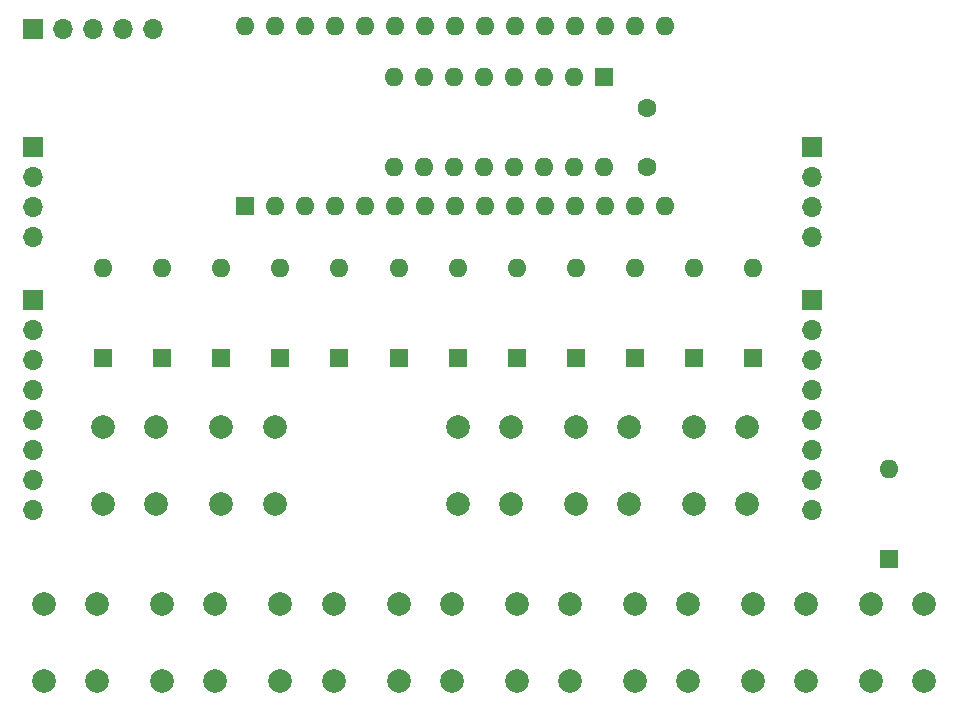
<source format=gbr>
%TF.GenerationSoftware,KiCad,Pcbnew,(6.0.5)*%
%TF.CreationDate,2023-01-23T15:27:27+00:00*%
%TF.ProjectId,ButtonKeyboard,42757474-6f6e-44b6-9579-626f6172642e,rev?*%
%TF.SameCoordinates,Original*%
%TF.FileFunction,Soldermask,Top*%
%TF.FilePolarity,Negative*%
%FSLAX46Y46*%
G04 Gerber Fmt 4.6, Leading zero omitted, Abs format (unit mm)*
G04 Created by KiCad (PCBNEW (6.0.5)) date 2023-01-23 15:27:27*
%MOMM*%
%LPD*%
G01*
G04 APERTURE LIST*
%ADD10C,1.600000*%
%ADD11C,2.000000*%
%ADD12R,1.600000X1.600000*%
%ADD13O,1.600000X1.600000*%
%ADD14R,1.700000X1.700000*%
%ADD15O,1.700000X1.700000*%
G04 APERTURE END LIST*
D10*
%TO.C,C1*%
X153990000Y-73740000D03*
X153990000Y-68740000D03*
%TD*%
D11*
%TO.C,SW7*%
X137960000Y-102260000D03*
X137960000Y-95760000D03*
X142460000Y-102260000D03*
X142460000Y-95760000D03*
%TD*%
D12*
%TO.C,D11*%
X157960000Y-89880000D03*
D13*
X157960000Y-82260000D03*
%TD*%
D12*
%TO.C,D10*%
X152960000Y-89880000D03*
D13*
X152960000Y-82260000D03*
%TD*%
D12*
%TO.C,U1*%
X150325000Y-66130000D03*
D13*
X147785000Y-66130000D03*
X145245000Y-66130000D03*
X142705000Y-66130000D03*
X140165000Y-66130000D03*
X137625000Y-66130000D03*
X135085000Y-66130000D03*
X132545000Y-66130000D03*
X132545000Y-73750000D03*
X135085000Y-73750000D03*
X137625000Y-73750000D03*
X140165000Y-73750000D03*
X142705000Y-73750000D03*
X145245000Y-73750000D03*
X147785000Y-73750000D03*
X150325000Y-73750000D03*
%TD*%
D11*
%TO.C,SW13*%
X172960000Y-117260000D03*
X172960000Y-110760000D03*
X177460000Y-110760000D03*
X177460000Y-117260000D03*
%TD*%
%TO.C,SW1*%
X102960000Y-117260000D03*
X102960000Y-110760000D03*
X107460000Y-117260000D03*
X107460000Y-110760000D03*
%TD*%
D14*
%TO.C,J5*%
X168000000Y-85000000D03*
D15*
X168000000Y-87540000D03*
X168000000Y-90080000D03*
X168000000Y-92620000D03*
X168000000Y-95160000D03*
X168000000Y-97700000D03*
X168000000Y-100240000D03*
X168000000Y-102780000D03*
%TD*%
D11*
%TO.C,SW3*%
X112960000Y-110760000D03*
X112960000Y-117260000D03*
X117460000Y-110760000D03*
X117460000Y-117260000D03*
%TD*%
D12*
%TO.C,D5*%
X127960000Y-89880000D03*
D13*
X127960000Y-82260000D03*
%TD*%
D12*
%TO.C,D12*%
X162960000Y-89880000D03*
D13*
X162960000Y-82260000D03*
%TD*%
D12*
%TO.C,D2*%
X112960000Y-89880000D03*
D13*
X112960000Y-82260000D03*
%TD*%
D11*
%TO.C,SW9*%
X147960000Y-95760000D03*
X147960000Y-102260000D03*
X152460000Y-95760000D03*
X152460000Y-102260000D03*
%TD*%
D13*
%TO.C,A1*%
X120000000Y-61760000D03*
X122540000Y-61760000D03*
X125080000Y-61760000D03*
X127620000Y-61760000D03*
X130160000Y-61760000D03*
X132700000Y-61760000D03*
X135240000Y-61760000D03*
X137780000Y-61760000D03*
X140320000Y-61760000D03*
X142860000Y-61760000D03*
X145400000Y-61760000D03*
X147940000Y-61760000D03*
X150480000Y-61760000D03*
X153020000Y-61760000D03*
X155560000Y-61760000D03*
X155560000Y-77000000D03*
X153020000Y-77000000D03*
X150480000Y-77000000D03*
X147940000Y-77000000D03*
X145400000Y-77000000D03*
X142860000Y-77000000D03*
X140320000Y-77000000D03*
X137780000Y-77000000D03*
X135240000Y-77000000D03*
X132700000Y-77000000D03*
X130160000Y-77000000D03*
X127620000Y-77000000D03*
X125080000Y-77000000D03*
X122540000Y-77000000D03*
D12*
X120000000Y-77000000D03*
%TD*%
D11*
%TO.C,SW6*%
X132960000Y-110760000D03*
X132960000Y-117260000D03*
X137460000Y-110760000D03*
X137460000Y-117260000D03*
%TD*%
%TO.C,SW10*%
X152960000Y-110760000D03*
X152960000Y-117260000D03*
X157460000Y-117260000D03*
X157460000Y-110760000D03*
%TD*%
D14*
%TO.C,J1*%
X102000000Y-62000000D03*
D15*
X104540000Y-62000000D03*
X107080000Y-62000000D03*
X109620000Y-62000000D03*
X112160000Y-62000000D03*
%TD*%
D11*
%TO.C,SW8*%
X142960000Y-110760000D03*
X142960000Y-117260000D03*
X147460000Y-117260000D03*
X147460000Y-110760000D03*
%TD*%
D12*
%TO.C,D9*%
X147960000Y-89880000D03*
D13*
X147960000Y-82260000D03*
%TD*%
D12*
%TO.C,D8*%
X142960000Y-89880000D03*
D13*
X142960000Y-82260000D03*
%TD*%
D12*
%TO.C,D3*%
X117960000Y-89880000D03*
D13*
X117960000Y-82260000D03*
%TD*%
D11*
%TO.C,SW12*%
X162960000Y-110760000D03*
X162960000Y-117260000D03*
X167460000Y-117260000D03*
X167460000Y-110760000D03*
%TD*%
D13*
%TO.C,D1*%
X107960000Y-82260000D03*
D12*
X107960000Y-89880000D03*
%TD*%
%TO.C,D6*%
X132960000Y-89880000D03*
D13*
X132960000Y-82260000D03*
%TD*%
D14*
%TO.C,J4*%
X168000000Y-72000000D03*
D15*
X168000000Y-74540000D03*
X168000000Y-77080000D03*
X168000000Y-79620000D03*
%TD*%
D14*
%TO.C,J3*%
X102000000Y-72000000D03*
D15*
X102000000Y-74540000D03*
X102000000Y-77080000D03*
X102000000Y-79620000D03*
%TD*%
D11*
%TO.C,SW5*%
X122960000Y-110760000D03*
X122960000Y-117260000D03*
X127460000Y-117260000D03*
X127460000Y-110760000D03*
%TD*%
%TO.C,SW4*%
X117960000Y-95760000D03*
X117960000Y-102260000D03*
X122460000Y-102260000D03*
X122460000Y-95760000D03*
%TD*%
D12*
%TO.C,D13*%
X174500000Y-106880000D03*
D13*
X174500000Y-99260000D03*
%TD*%
D12*
%TO.C,D7*%
X137960000Y-89880000D03*
D13*
X137960000Y-82260000D03*
%TD*%
D11*
%TO.C,SW11*%
X157960000Y-102260000D03*
X157960000Y-95760000D03*
X162460000Y-102260000D03*
X162460000Y-95760000D03*
%TD*%
D12*
%TO.C,D4*%
X122960000Y-89880000D03*
D13*
X122960000Y-82260000D03*
%TD*%
D14*
%TO.C,J2*%
X102000000Y-85000000D03*
D15*
X102000000Y-87540000D03*
X102000000Y-90080000D03*
X102000000Y-92620000D03*
X102000000Y-95160000D03*
X102000000Y-97700000D03*
X102000000Y-100240000D03*
X102000000Y-102780000D03*
%TD*%
D11*
%TO.C,SW2*%
X107960000Y-95760000D03*
X107960000Y-102260000D03*
X112460000Y-95760000D03*
X112460000Y-102260000D03*
%TD*%
M02*

</source>
